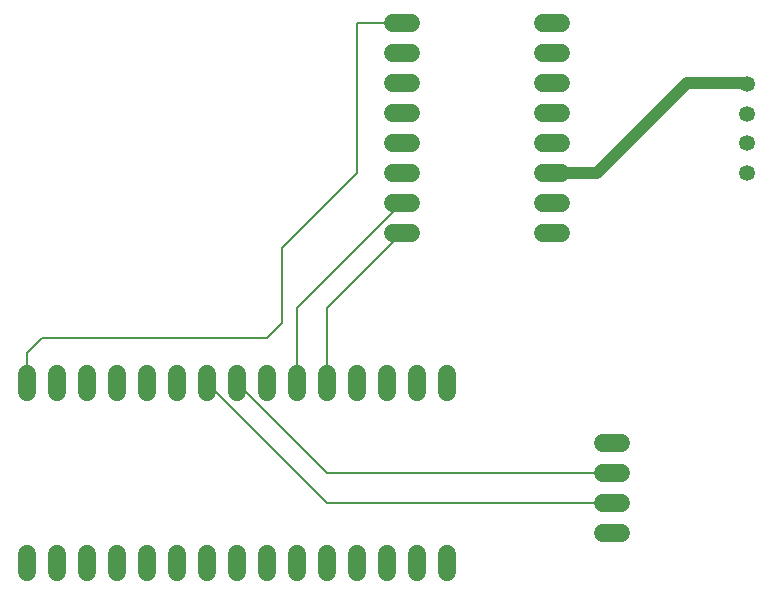
<source format=gbr>
G04 EAGLE Gerber RS-274X export*
G75*
%MOMM*%
%FSLAX34Y34*%
%LPD*%
%INBottom Copper*%
%IPPOS*%
%AMOC8*
5,1,8,0,0,1.08239X$1,22.5*%
G01*
G04 Define Apertures*
%ADD10C,1.348000*%
%ADD11C,1.524000*%
%ADD12C,0.152400*%
%ADD13C,1.016000*%
D10*
X647700Y558800D03*
X647700Y583800D03*
X647700Y608800D03*
X647700Y633800D03*
D11*
X38100Y236220D02*
X38100Y220980D01*
X63500Y220980D02*
X63500Y236220D01*
X88900Y236220D02*
X88900Y220980D01*
X114300Y220980D02*
X114300Y236220D01*
X139700Y236220D02*
X139700Y220980D01*
X165100Y220980D02*
X165100Y236220D01*
X190500Y236220D02*
X190500Y220980D01*
X215900Y220980D02*
X215900Y236220D01*
X241300Y236220D02*
X241300Y220980D01*
X266700Y220980D02*
X266700Y236220D01*
X292100Y236220D02*
X292100Y220980D01*
X317500Y220980D02*
X317500Y236220D01*
X342900Y236220D02*
X342900Y220980D01*
X368300Y220980D02*
X368300Y236220D01*
X393700Y236220D02*
X393700Y220980D01*
X393700Y373380D02*
X393700Y388620D01*
X368300Y388620D02*
X368300Y373380D01*
X342900Y373380D02*
X342900Y388620D01*
X317500Y388620D02*
X317500Y373380D01*
X292100Y373380D02*
X292100Y388620D01*
X266700Y388620D02*
X266700Y373380D01*
X241300Y373380D02*
X241300Y388620D01*
X215900Y388620D02*
X215900Y373380D01*
X190500Y373380D02*
X190500Y388620D01*
X165100Y388620D02*
X165100Y373380D01*
X139700Y373380D02*
X139700Y388620D01*
X114300Y388620D02*
X114300Y373380D01*
X88900Y373380D02*
X88900Y388620D01*
X63500Y388620D02*
X63500Y373380D01*
X38100Y373380D02*
X38100Y388620D01*
X525780Y254000D02*
X541020Y254000D01*
X541020Y279400D02*
X525780Y279400D01*
X525780Y304800D02*
X541020Y304800D01*
X541020Y330200D02*
X525780Y330200D01*
X363220Y685800D02*
X347980Y685800D01*
X347980Y660400D02*
X363220Y660400D01*
X363220Y635000D02*
X347980Y635000D01*
X347980Y609600D02*
X363220Y609600D01*
X363220Y584200D02*
X347980Y584200D01*
X347980Y558800D02*
X363220Y558800D01*
X363220Y533400D02*
X347980Y533400D01*
X347980Y508000D02*
X363220Y508000D01*
X474980Y508000D02*
X490220Y508000D01*
X490220Y533400D02*
X474980Y533400D01*
X474980Y558800D02*
X490220Y558800D01*
X490220Y584200D02*
X474980Y584200D01*
X474980Y609600D02*
X490220Y609600D01*
X490220Y635000D02*
X474980Y635000D01*
X474980Y660400D02*
X490220Y660400D01*
X490220Y685800D02*
X474980Y685800D01*
D12*
X215900Y381000D02*
X292100Y304800D01*
X533400Y304800D01*
X533400Y279400D02*
X292100Y279400D01*
X190500Y381000D01*
X266700Y381000D02*
X266700Y444500D01*
X355600Y533400D01*
X292100Y444500D02*
X292100Y381000D01*
X292100Y444500D02*
X355600Y508000D01*
D13*
X482600Y558800D02*
X520700Y558800D01*
X596900Y635000D01*
X646500Y635000D01*
X647700Y633800D01*
D12*
X38100Y406400D02*
X38100Y381000D01*
X38100Y406400D02*
X50800Y419100D01*
X241300Y419100D01*
X254000Y431800D01*
X254000Y495300D01*
X317500Y558800D01*
X317500Y685800D02*
X355600Y685800D01*
X317500Y685800D02*
X317500Y558800D01*
M02*

</source>
